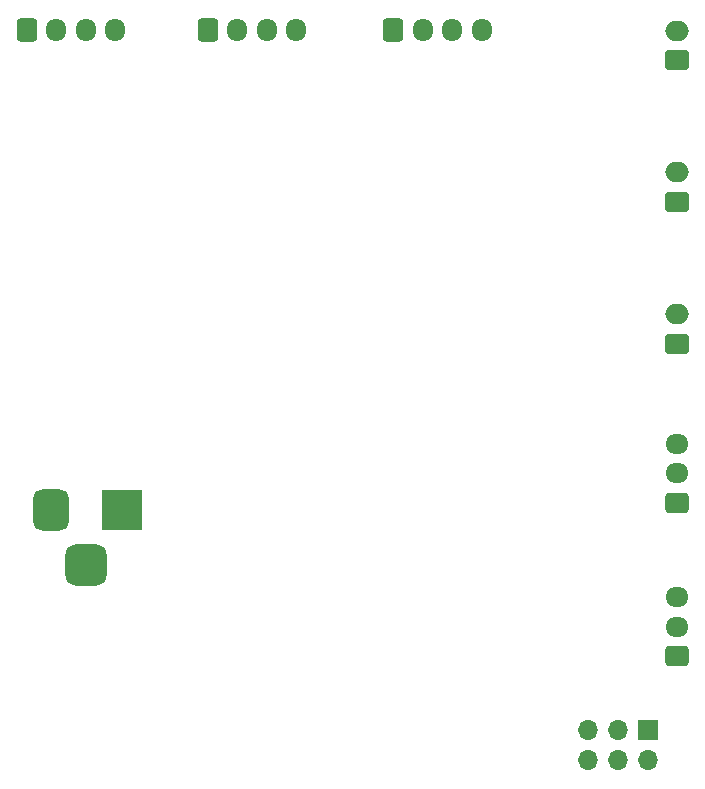
<source format=gbs>
%TF.GenerationSoftware,KiCad,Pcbnew,(6.0.4)*%
%TF.CreationDate,2022-04-15T10:09:54+02:00*%
%TF.ProjectId,coaster,636f6173-7465-4722-9e6b-696361645f70,rev?*%
%TF.SameCoordinates,Original*%
%TF.FileFunction,Soldermask,Bot*%
%TF.FilePolarity,Negative*%
%FSLAX46Y46*%
G04 Gerber Fmt 4.6, Leading zero omitted, Abs format (unit mm)*
G04 Created by KiCad (PCBNEW (6.0.4)) date 2022-04-15 10:09:54*
%MOMM*%
%LPD*%
G01*
G04 APERTURE LIST*
G04 Aperture macros list*
%AMRoundRect*
0 Rectangle with rounded corners*
0 $1 Rounding radius*
0 $2 $3 $4 $5 $6 $7 $8 $9 X,Y pos of 4 corners*
0 Add a 4 corners polygon primitive as box body*
4,1,4,$2,$3,$4,$5,$6,$7,$8,$9,$2,$3,0*
0 Add four circle primitives for the rounded corners*
1,1,$1+$1,$2,$3*
1,1,$1+$1,$4,$5*
1,1,$1+$1,$6,$7*
1,1,$1+$1,$8,$9*
0 Add four rect primitives between the rounded corners*
20,1,$1+$1,$2,$3,$4,$5,0*
20,1,$1+$1,$4,$5,$6,$7,0*
20,1,$1+$1,$6,$7,$8,$9,0*
20,1,$1+$1,$8,$9,$2,$3,0*%
G04 Aperture macros list end*
%ADD10RoundRect,0.250000X-0.600000X-0.725000X0.600000X-0.725000X0.600000X0.725000X-0.600000X0.725000X0*%
%ADD11O,1.700000X1.950000*%
%ADD12R,3.500000X3.500000*%
%ADD13RoundRect,0.750000X-0.750000X-1.000000X0.750000X-1.000000X0.750000X1.000000X-0.750000X1.000000X0*%
%ADD14RoundRect,0.875000X-0.875000X-0.875000X0.875000X-0.875000X0.875000X0.875000X-0.875000X0.875000X0*%
%ADD15R,1.700000X1.700000*%
%ADD16O,1.700000X1.700000*%
%ADD17RoundRect,0.250000X0.750000X-0.600000X0.750000X0.600000X-0.750000X0.600000X-0.750000X-0.600000X0*%
%ADD18O,2.000000X1.700000*%
%ADD19RoundRect,0.250000X0.725000X-0.600000X0.725000X0.600000X-0.725000X0.600000X-0.725000X-0.600000X0*%
%ADD20O,1.950000X1.700000*%
G04 APERTURE END LIST*
D10*
%TO.C,J8*%
X110950000Y-41475000D03*
D11*
X113450000Y-41475000D03*
X115950000Y-41475000D03*
X118450000Y-41475000D03*
%TD*%
D12*
%TO.C,J11*%
X119000000Y-82042500D03*
D13*
X113000000Y-82042500D03*
D14*
X116000000Y-86742500D03*
%TD*%
D15*
%TO.C,J1*%
X163525000Y-100725000D03*
D16*
X163525000Y-103265000D03*
X160985000Y-100725000D03*
X160985000Y-103265000D03*
X158445000Y-100725000D03*
X158445000Y-103265000D03*
%TD*%
D10*
%TO.C,J9*%
X126250000Y-41475000D03*
D11*
X128750000Y-41475000D03*
X131250000Y-41475000D03*
X133750000Y-41475000D03*
%TD*%
D17*
%TO.C,J3*%
X166000000Y-44000000D03*
D18*
X166000000Y-41500000D03*
%TD*%
D17*
%TO.C,J5*%
X166000000Y-68000000D03*
D18*
X166000000Y-65500000D03*
%TD*%
D17*
%TO.C,J4*%
X166000000Y-56000000D03*
D18*
X166000000Y-53500000D03*
%TD*%
D19*
%TO.C,J7*%
X166000000Y-94475000D03*
D20*
X166000000Y-91975000D03*
X166000000Y-89475000D03*
%TD*%
D10*
%TO.C,J10*%
X141950000Y-41475000D03*
D11*
X144450000Y-41475000D03*
X146950000Y-41475000D03*
X149450000Y-41475000D03*
%TD*%
D19*
%TO.C,J6*%
X166000000Y-81475000D03*
D20*
X166000000Y-78975000D03*
X166000000Y-76475000D03*
%TD*%
M02*

</source>
